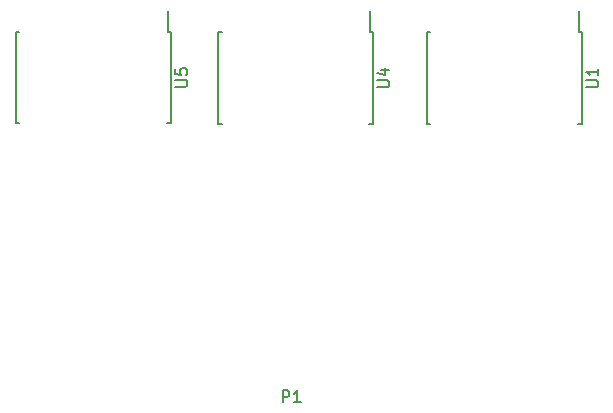
<source format=gbr>
G04 #@! TF.FileFunction,Legend,Top*
%FSLAX46Y46*%
G04 Gerber Fmt 4.6, Leading zero omitted, Abs format (unit mm)*
G04 Created by KiCad (PCBNEW 4.0.7) date 12/29/17 01:52:09*
%MOMM*%
%LPD*%
G01*
G04 APERTURE LIST*
%ADD10C,0.100000*%
%ADD11C,0.150000*%
G04 APERTURE END LIST*
D10*
D11*
X182064000Y-76160400D02*
X181814000Y-76160400D01*
X182064000Y-83910400D02*
X181729000Y-83910400D01*
X168914000Y-83910400D02*
X169249000Y-83910400D01*
X168914000Y-76160400D02*
X169249000Y-76160400D01*
X182064000Y-76160400D02*
X182064000Y-83910400D01*
X168914000Y-76160400D02*
X168914000Y-83910400D01*
X181814000Y-76160400D02*
X181814000Y-74360400D01*
X164385000Y-76160400D02*
X164135000Y-76160400D01*
X164385000Y-83910400D02*
X164050000Y-83910400D01*
X151235000Y-83910400D02*
X151570000Y-83910400D01*
X151235000Y-76160400D02*
X151570000Y-76160400D01*
X164385000Y-76160400D02*
X164385000Y-83910400D01*
X151235000Y-76160400D02*
X151235000Y-83910400D01*
X164135000Y-76160400D02*
X164135000Y-74360400D01*
X147266000Y-76109600D02*
X147016000Y-76109600D01*
X147266000Y-83859600D02*
X146931000Y-83859600D01*
X134116000Y-83859600D02*
X134451000Y-83859600D01*
X134116000Y-76109600D02*
X134451000Y-76109600D01*
X147266000Y-76109600D02*
X147266000Y-83859600D01*
X134116000Y-76109600D02*
X134116000Y-83859600D01*
X147016000Y-76109600D02*
X147016000Y-74309600D01*
X156731745Y-107469821D02*
X156731745Y-106469821D01*
X157112698Y-106469821D01*
X157207936Y-106517440D01*
X157255555Y-106565059D01*
X157303174Y-106660297D01*
X157303174Y-106803154D01*
X157255555Y-106898392D01*
X157207936Y-106946011D01*
X157112698Y-106993630D01*
X156731745Y-106993630D01*
X158255555Y-107469821D02*
X157684126Y-107469821D01*
X157969840Y-107469821D02*
X157969840Y-106469821D01*
X157874602Y-106612678D01*
X157779364Y-106707916D01*
X157684126Y-106755535D01*
X182441381Y-80797305D02*
X183250905Y-80797305D01*
X183346143Y-80749686D01*
X183393762Y-80702067D01*
X183441381Y-80606829D01*
X183441381Y-80416352D01*
X183393762Y-80321114D01*
X183346143Y-80273495D01*
X183250905Y-80225876D01*
X182441381Y-80225876D01*
X183441381Y-79225876D02*
X183441381Y-79797305D01*
X183441381Y-79511591D02*
X182441381Y-79511591D01*
X182584238Y-79606829D01*
X182679476Y-79702067D01*
X182727095Y-79797305D01*
X164762381Y-80797305D02*
X165571905Y-80797305D01*
X165667143Y-80749686D01*
X165714762Y-80702067D01*
X165762381Y-80606829D01*
X165762381Y-80416352D01*
X165714762Y-80321114D01*
X165667143Y-80273495D01*
X165571905Y-80225876D01*
X164762381Y-80225876D01*
X165095714Y-79321114D02*
X165762381Y-79321114D01*
X164714762Y-79559210D02*
X165429048Y-79797305D01*
X165429048Y-79178257D01*
X147643381Y-80746505D02*
X148452905Y-80746505D01*
X148548143Y-80698886D01*
X148595762Y-80651267D01*
X148643381Y-80556029D01*
X148643381Y-80365552D01*
X148595762Y-80270314D01*
X148548143Y-80222695D01*
X148452905Y-80175076D01*
X147643381Y-80175076D01*
X147643381Y-79222695D02*
X147643381Y-79698886D01*
X148119571Y-79746505D01*
X148071952Y-79698886D01*
X148024333Y-79603648D01*
X148024333Y-79365552D01*
X148071952Y-79270314D01*
X148119571Y-79222695D01*
X148214810Y-79175076D01*
X148452905Y-79175076D01*
X148548143Y-79222695D01*
X148595762Y-79270314D01*
X148643381Y-79365552D01*
X148643381Y-79603648D01*
X148595762Y-79698886D01*
X148548143Y-79746505D01*
M02*

</source>
